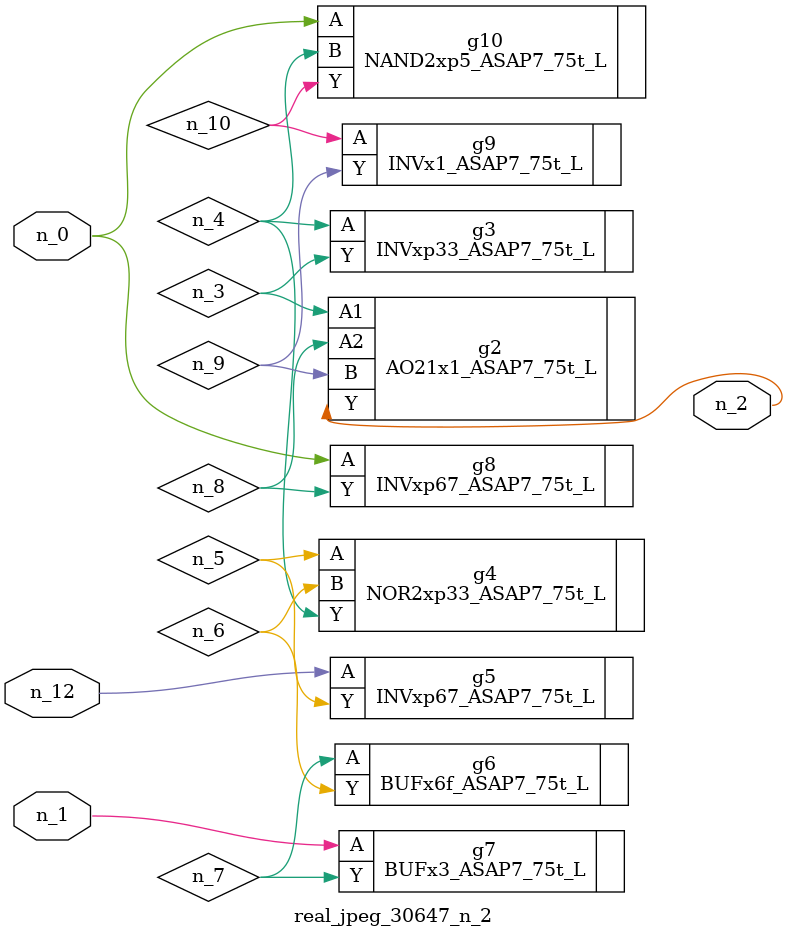
<source format=v>
module real_jpeg_30647_n_2 (n_12, n_1, n_0, n_2);

input n_12;
input n_1;
input n_0;

output n_2;

wire n_5;
wire n_8;
wire n_4;
wire n_6;
wire n_7;
wire n_3;
wire n_10;
wire n_9;

INVxp67_ASAP7_75t_L g8 ( 
.A(n_0),
.Y(n_8)
);

NAND2xp5_ASAP7_75t_L g10 ( 
.A(n_0),
.B(n_4),
.Y(n_10)
);

BUFx3_ASAP7_75t_L g7 ( 
.A(n_1),
.Y(n_7)
);

AO21x1_ASAP7_75t_L g2 ( 
.A1(n_3),
.A2(n_8),
.B(n_9),
.Y(n_2)
);

INVxp33_ASAP7_75t_L g3 ( 
.A(n_4),
.Y(n_3)
);

NOR2xp33_ASAP7_75t_L g4 ( 
.A(n_5),
.B(n_6),
.Y(n_4)
);

BUFx6f_ASAP7_75t_L g6 ( 
.A(n_7),
.Y(n_6)
);

INVx1_ASAP7_75t_L g9 ( 
.A(n_10),
.Y(n_9)
);

INVxp67_ASAP7_75t_L g5 ( 
.A(n_12),
.Y(n_5)
);


endmodule
</source>
